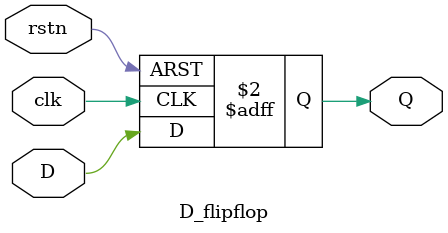
<source format=v>
module D_flipflop (Q ,D, clk ,rstn);

input D, clk, rstn;
output reg Q;

always @(posedge clk or posedge rstn) begin
    if (rstn) begin
        Q <= 0;
    end
    else
        Q <= D;
end

endmodule //D_flipflop

</source>
